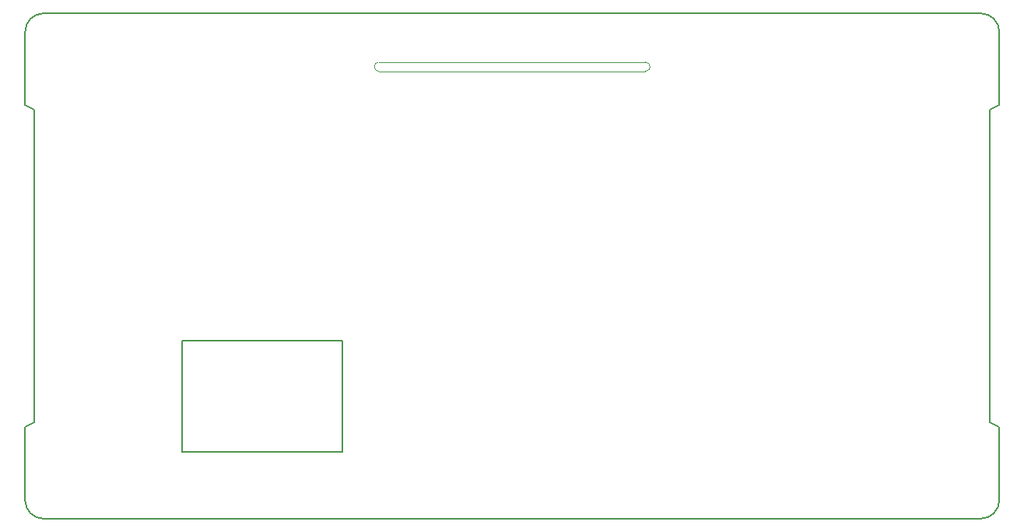
<source format=gbr>
G04 #@! TF.GenerationSoftware,KiCad,Pcbnew,(5.1.8)-1*
G04 #@! TF.CreationDate,2020-12-19T16:26:24-06:00*
G04 #@! TF.ProjectId,endcap,656e6463-6170-42e6-9b69-6361645f7063,rev?*
G04 #@! TF.SameCoordinates,PX2faf080PY2faf080*
G04 #@! TF.FileFunction,Profile,NP*
%FSLAX46Y46*%
G04 Gerber Fmt 4.6, Leading zero omitted, Abs format (unit mm)*
G04 Created by KiCad (PCBNEW (5.1.8)-1) date 2020-12-19 16:26:24*
%MOMM*%
%LPD*%
G01*
G04 APERTURE LIST*
G04 #@! TA.AperFunction,Profile*
%ADD10C,0.150000*%
G04 #@! TD*
G04 #@! TA.AperFunction,Profile*
%ADD11C,0.100000*%
G04 #@! TD*
G04 APERTURE END LIST*
D10*
X104000000Y0D02*
G75*
G02*
X106000000Y-2000000I0J-2000000D01*
G01*
X106000000Y-53000000D02*
G75*
G02*
X104000000Y-55000000I-2000000J0D01*
G01*
X2000000Y-55000000D02*
G75*
G02*
X0Y-53000000I0J2000000D01*
G01*
X0Y-2000000D02*
G75*
G02*
X2000000Y0I2000000J0D01*
G01*
X0Y-10000000D02*
X0Y-2000000D01*
X1000000Y-10500000D02*
X0Y-10000000D01*
X1000000Y-44500000D02*
X1000000Y-10500000D01*
X0Y-45000000D02*
X1000000Y-44500000D01*
X0Y-53000000D02*
X0Y-45000000D01*
X104000000Y-55000000D02*
X2000000Y-55000000D01*
X106000000Y-45000000D02*
X106000000Y-53000000D01*
X105000000Y-44500000D02*
X106000000Y-45000000D01*
X106000000Y-10000000D02*
X105000000Y-10500000D01*
X105000000Y-10500000D02*
X105000000Y-44500000D01*
X106000000Y-2000000D02*
X106000000Y-10000000D01*
X2000000Y0D02*
X104000000Y0D01*
X34550000Y-35600000D02*
X34550000Y-47700000D01*
X17050000Y-35600000D02*
X17050000Y-47700000D01*
X17050000Y-35600000D02*
X34550000Y-35600000D01*
X17050000Y-47700000D02*
X34550000Y-47700000D01*
D11*
X38500000Y-6300000D02*
X67500000Y-6300000D01*
X67500000Y-5300000D02*
X38500000Y-5300000D01*
X38500000Y-6300000D02*
G75*
G02*
X38500000Y-5300000I0J500000D01*
G01*
X67500000Y-5300000D02*
G75*
G02*
X67500000Y-6300000I0J-500000D01*
G01*
M02*

</source>
